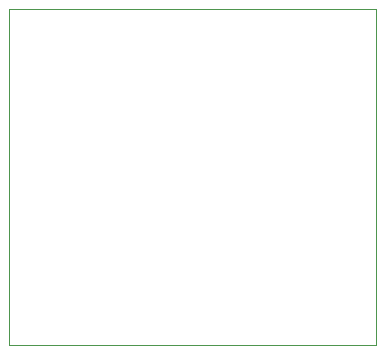
<source format=gbr>
%TF.GenerationSoftware,KiCad,Pcbnew,8.0.8*%
%TF.CreationDate,2025-02-07T05:45:52-05:00*%
%TF.ProjectId,ESP32_BluetoothModule_TerrapinRockets,45535033-325f-4426-9c75-65746f6f7468,rev?*%
%TF.SameCoordinates,Original*%
%TF.FileFunction,Profile,NP*%
%FSLAX46Y46*%
G04 Gerber Fmt 4.6, Leading zero omitted, Abs format (unit mm)*
G04 Created by KiCad (PCBNEW 8.0.8) date 2025-02-07 05:45:52*
%MOMM*%
%LPD*%
G01*
G04 APERTURE LIST*
%TA.AperFunction,Profile*%
%ADD10C,0.050000*%
%TD*%
G04 APERTURE END LIST*
D10*
X104000000Y-105000000D02*
X135000000Y-105000000D01*
X135000000Y-133500000D01*
X104000000Y-133500000D01*
X104000000Y-105000000D01*
M02*

</source>
